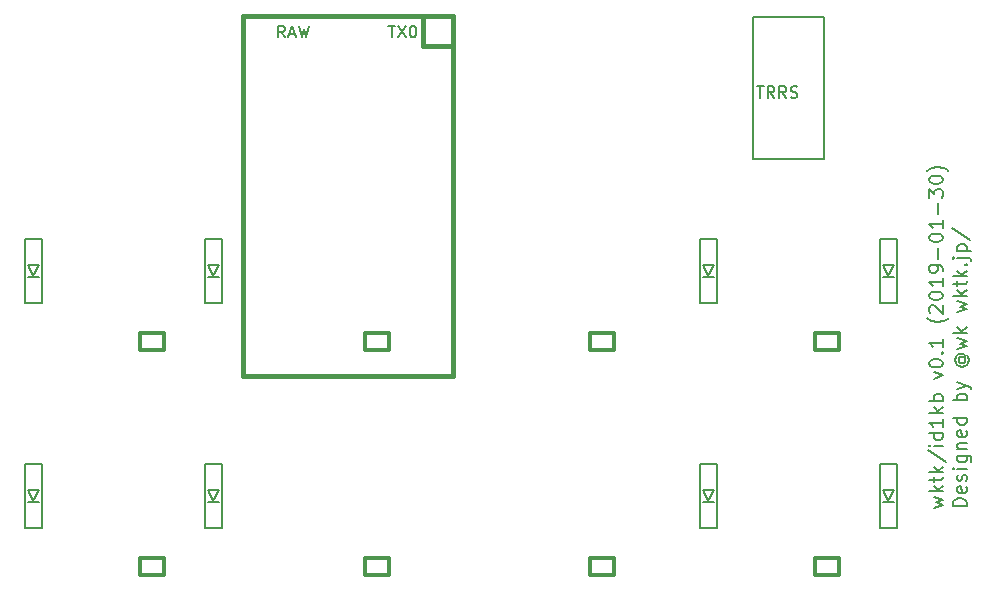
<source format=gbr>
G04 #@! TF.GenerationSoftware,KiCad,Pcbnew,(5.0.1-3-g963ef8bb5)*
G04 #@! TF.CreationDate,2019-01-31T04:05:24+09:00*
G04 #@! TF.ProjectId,mykeyboard,6D796B6579626F6172642E6B69636164,rev?*
G04 #@! TF.SameCoordinates,Original*
G04 #@! TF.FileFunction,Legend,Top*
G04 #@! TF.FilePolarity,Positive*
%FSLAX46Y46*%
G04 Gerber Fmt 4.6, Leading zero omitted, Abs format (unit mm)*
G04 Created by KiCad (PCBNEW (5.0.1-3-g963ef8bb5)) date 2019 January 31, Thursday 04:05:24*
%MOMM*%
%LPD*%
G01*
G04 APERTURE LIST*
%ADD10C,0.200000*%
%ADD11C,0.381000*%
%ADD12C,0.150000*%
%ADD13C,0.300000*%
G04 APERTURE END LIST*
D10*
X186702857Y-116538571D02*
X187502857Y-116310000D01*
X186931428Y-116081428D01*
X187502857Y-115852857D01*
X186702857Y-115624285D01*
X187502857Y-115167142D02*
X186302857Y-115167142D01*
X187045714Y-115052857D02*
X187502857Y-114710000D01*
X186702857Y-114710000D02*
X187160000Y-115167142D01*
X186702857Y-114367142D02*
X186702857Y-113910000D01*
X186302857Y-114195714D02*
X187331428Y-114195714D01*
X187445714Y-114138571D01*
X187502857Y-114024285D01*
X187502857Y-113910000D01*
X187502857Y-113510000D02*
X186302857Y-113510000D01*
X187045714Y-113395714D02*
X187502857Y-113052857D01*
X186702857Y-113052857D02*
X187160000Y-113510000D01*
X186245714Y-111681428D02*
X187788571Y-112710000D01*
X187502857Y-111281428D02*
X186702857Y-111281428D01*
X186302857Y-111281428D02*
X186360000Y-111338571D01*
X186417142Y-111281428D01*
X186360000Y-111224285D01*
X186302857Y-111281428D01*
X186417142Y-111281428D01*
X187502857Y-110195714D02*
X186302857Y-110195714D01*
X187445714Y-110195714D02*
X187502857Y-110310000D01*
X187502857Y-110538571D01*
X187445714Y-110652857D01*
X187388571Y-110710000D01*
X187274285Y-110767142D01*
X186931428Y-110767142D01*
X186817142Y-110710000D01*
X186760000Y-110652857D01*
X186702857Y-110538571D01*
X186702857Y-110310000D01*
X186760000Y-110195714D01*
X187502857Y-108995714D02*
X187502857Y-109681428D01*
X187502857Y-109338571D02*
X186302857Y-109338571D01*
X186474285Y-109452857D01*
X186588571Y-109567142D01*
X186645714Y-109681428D01*
X187502857Y-108481428D02*
X186302857Y-108481428D01*
X187045714Y-108367142D02*
X187502857Y-108024285D01*
X186702857Y-108024285D02*
X187160000Y-108481428D01*
X187502857Y-107510000D02*
X186302857Y-107510000D01*
X186760000Y-107510000D02*
X186702857Y-107395714D01*
X186702857Y-107167142D01*
X186760000Y-107052857D01*
X186817142Y-106995714D01*
X186931428Y-106938571D01*
X187274285Y-106938571D01*
X187388571Y-106995714D01*
X187445714Y-107052857D01*
X187502857Y-107167142D01*
X187502857Y-107395714D01*
X187445714Y-107510000D01*
X186702857Y-105624285D02*
X187502857Y-105338571D01*
X186702857Y-105052857D01*
X186302857Y-104367142D02*
X186302857Y-104252857D01*
X186360000Y-104138571D01*
X186417142Y-104081428D01*
X186531428Y-104024285D01*
X186760000Y-103967142D01*
X187045714Y-103967142D01*
X187274285Y-104024285D01*
X187388571Y-104081428D01*
X187445714Y-104138571D01*
X187502857Y-104252857D01*
X187502857Y-104367142D01*
X187445714Y-104481428D01*
X187388571Y-104538571D01*
X187274285Y-104595714D01*
X187045714Y-104652857D01*
X186760000Y-104652857D01*
X186531428Y-104595714D01*
X186417142Y-104538571D01*
X186360000Y-104481428D01*
X186302857Y-104367142D01*
X187388571Y-103452857D02*
X187445714Y-103395714D01*
X187502857Y-103452857D01*
X187445714Y-103510000D01*
X187388571Y-103452857D01*
X187502857Y-103452857D01*
X187502857Y-102252857D02*
X187502857Y-102938571D01*
X187502857Y-102595714D02*
X186302857Y-102595714D01*
X186474285Y-102710000D01*
X186588571Y-102824285D01*
X186645714Y-102938571D01*
X187960000Y-100481428D02*
X187902857Y-100538571D01*
X187731428Y-100652857D01*
X187617142Y-100710000D01*
X187445714Y-100767142D01*
X187160000Y-100824285D01*
X186931428Y-100824285D01*
X186645714Y-100767142D01*
X186474285Y-100710000D01*
X186360000Y-100652857D01*
X186188571Y-100538571D01*
X186131428Y-100481428D01*
X186417142Y-100081428D02*
X186360000Y-100024285D01*
X186302857Y-99910000D01*
X186302857Y-99624285D01*
X186360000Y-99510000D01*
X186417142Y-99452857D01*
X186531428Y-99395714D01*
X186645714Y-99395714D01*
X186817142Y-99452857D01*
X187502857Y-100138571D01*
X187502857Y-99395714D01*
X186302857Y-98652857D02*
X186302857Y-98538571D01*
X186360000Y-98424285D01*
X186417142Y-98367142D01*
X186531428Y-98310000D01*
X186760000Y-98252857D01*
X187045714Y-98252857D01*
X187274285Y-98310000D01*
X187388571Y-98367142D01*
X187445714Y-98424285D01*
X187502857Y-98538571D01*
X187502857Y-98652857D01*
X187445714Y-98767142D01*
X187388571Y-98824285D01*
X187274285Y-98881428D01*
X187045714Y-98938571D01*
X186760000Y-98938571D01*
X186531428Y-98881428D01*
X186417142Y-98824285D01*
X186360000Y-98767142D01*
X186302857Y-98652857D01*
X187502857Y-97110000D02*
X187502857Y-97795714D01*
X187502857Y-97452857D02*
X186302857Y-97452857D01*
X186474285Y-97567142D01*
X186588571Y-97681428D01*
X186645714Y-97795714D01*
X187502857Y-96538571D02*
X187502857Y-96310000D01*
X187445714Y-96195714D01*
X187388571Y-96138571D01*
X187217142Y-96024285D01*
X186988571Y-95967142D01*
X186531428Y-95967142D01*
X186417142Y-96024285D01*
X186360000Y-96081428D01*
X186302857Y-96195714D01*
X186302857Y-96424285D01*
X186360000Y-96538571D01*
X186417142Y-96595714D01*
X186531428Y-96652857D01*
X186817142Y-96652857D01*
X186931428Y-96595714D01*
X186988571Y-96538571D01*
X187045714Y-96424285D01*
X187045714Y-96195714D01*
X186988571Y-96081428D01*
X186931428Y-96024285D01*
X186817142Y-95967142D01*
X187045714Y-95452857D02*
X187045714Y-94538571D01*
X186302857Y-93738571D02*
X186302857Y-93624285D01*
X186360000Y-93510000D01*
X186417142Y-93452857D01*
X186531428Y-93395714D01*
X186760000Y-93338571D01*
X187045714Y-93338571D01*
X187274285Y-93395714D01*
X187388571Y-93452857D01*
X187445714Y-93510000D01*
X187502857Y-93624285D01*
X187502857Y-93738571D01*
X187445714Y-93852857D01*
X187388571Y-93910000D01*
X187274285Y-93967142D01*
X187045714Y-94024285D01*
X186760000Y-94024285D01*
X186531428Y-93967142D01*
X186417142Y-93910000D01*
X186360000Y-93852857D01*
X186302857Y-93738571D01*
X187502857Y-92195714D02*
X187502857Y-92881428D01*
X187502857Y-92538571D02*
X186302857Y-92538571D01*
X186474285Y-92652857D01*
X186588571Y-92767142D01*
X186645714Y-92881428D01*
X187045714Y-91681428D02*
X187045714Y-90767142D01*
X186302857Y-90310000D02*
X186302857Y-89567142D01*
X186760000Y-89967142D01*
X186760000Y-89795714D01*
X186817142Y-89681428D01*
X186874285Y-89624285D01*
X186988571Y-89567142D01*
X187274285Y-89567142D01*
X187388571Y-89624285D01*
X187445714Y-89681428D01*
X187502857Y-89795714D01*
X187502857Y-90138571D01*
X187445714Y-90252857D01*
X187388571Y-90310000D01*
X186302857Y-88824285D02*
X186302857Y-88710000D01*
X186360000Y-88595714D01*
X186417142Y-88538571D01*
X186531428Y-88481428D01*
X186760000Y-88424285D01*
X187045714Y-88424285D01*
X187274285Y-88481428D01*
X187388571Y-88538571D01*
X187445714Y-88595714D01*
X187502857Y-88710000D01*
X187502857Y-88824285D01*
X187445714Y-88938571D01*
X187388571Y-88995714D01*
X187274285Y-89052857D01*
X187045714Y-89110000D01*
X186760000Y-89110000D01*
X186531428Y-89052857D01*
X186417142Y-88995714D01*
X186360000Y-88938571D01*
X186302857Y-88824285D01*
X187960000Y-88024285D02*
X187902857Y-87967142D01*
X187731428Y-87852857D01*
X187617142Y-87795714D01*
X187445714Y-87738571D01*
X187160000Y-87681428D01*
X186931428Y-87681428D01*
X186645714Y-87738571D01*
X186474285Y-87795714D01*
X186360000Y-87852857D01*
X186188571Y-87967142D01*
X186131428Y-88024285D01*
X189502857Y-116424285D02*
X188302857Y-116424285D01*
X188302857Y-116138571D01*
X188360000Y-115967142D01*
X188474285Y-115852857D01*
X188588571Y-115795714D01*
X188817142Y-115738571D01*
X188988571Y-115738571D01*
X189217142Y-115795714D01*
X189331428Y-115852857D01*
X189445714Y-115967142D01*
X189502857Y-116138571D01*
X189502857Y-116424285D01*
X189445714Y-114767142D02*
X189502857Y-114881428D01*
X189502857Y-115110000D01*
X189445714Y-115224285D01*
X189331428Y-115281428D01*
X188874285Y-115281428D01*
X188760000Y-115224285D01*
X188702857Y-115110000D01*
X188702857Y-114881428D01*
X188760000Y-114767142D01*
X188874285Y-114710000D01*
X188988571Y-114710000D01*
X189102857Y-115281428D01*
X189445714Y-114252857D02*
X189502857Y-114138571D01*
X189502857Y-113910000D01*
X189445714Y-113795714D01*
X189331428Y-113738571D01*
X189274285Y-113738571D01*
X189160000Y-113795714D01*
X189102857Y-113910000D01*
X189102857Y-114081428D01*
X189045714Y-114195714D01*
X188931428Y-114252857D01*
X188874285Y-114252857D01*
X188760000Y-114195714D01*
X188702857Y-114081428D01*
X188702857Y-113910000D01*
X188760000Y-113795714D01*
X189502857Y-113224285D02*
X188702857Y-113224285D01*
X188302857Y-113224285D02*
X188360000Y-113281428D01*
X188417142Y-113224285D01*
X188360000Y-113167142D01*
X188302857Y-113224285D01*
X188417142Y-113224285D01*
X188702857Y-112138571D02*
X189674285Y-112138571D01*
X189788571Y-112195714D01*
X189845714Y-112252857D01*
X189902857Y-112367142D01*
X189902857Y-112538571D01*
X189845714Y-112652857D01*
X189445714Y-112138571D02*
X189502857Y-112252857D01*
X189502857Y-112481428D01*
X189445714Y-112595714D01*
X189388571Y-112652857D01*
X189274285Y-112710000D01*
X188931428Y-112710000D01*
X188817142Y-112652857D01*
X188760000Y-112595714D01*
X188702857Y-112481428D01*
X188702857Y-112252857D01*
X188760000Y-112138571D01*
X188702857Y-111567142D02*
X189502857Y-111567142D01*
X188817142Y-111567142D02*
X188760000Y-111510000D01*
X188702857Y-111395714D01*
X188702857Y-111224285D01*
X188760000Y-111110000D01*
X188874285Y-111052857D01*
X189502857Y-111052857D01*
X189445714Y-110024285D02*
X189502857Y-110138571D01*
X189502857Y-110367142D01*
X189445714Y-110481428D01*
X189331428Y-110538571D01*
X188874285Y-110538571D01*
X188760000Y-110481428D01*
X188702857Y-110367142D01*
X188702857Y-110138571D01*
X188760000Y-110024285D01*
X188874285Y-109967142D01*
X188988571Y-109967142D01*
X189102857Y-110538571D01*
X189502857Y-108938571D02*
X188302857Y-108938571D01*
X189445714Y-108938571D02*
X189502857Y-109052857D01*
X189502857Y-109281428D01*
X189445714Y-109395714D01*
X189388571Y-109452857D01*
X189274285Y-109510000D01*
X188931428Y-109510000D01*
X188817142Y-109452857D01*
X188760000Y-109395714D01*
X188702857Y-109281428D01*
X188702857Y-109052857D01*
X188760000Y-108938571D01*
X189502857Y-107452857D02*
X188302857Y-107452857D01*
X188760000Y-107452857D02*
X188702857Y-107338571D01*
X188702857Y-107110000D01*
X188760000Y-106995714D01*
X188817142Y-106938571D01*
X188931428Y-106881428D01*
X189274285Y-106881428D01*
X189388571Y-106938571D01*
X189445714Y-106995714D01*
X189502857Y-107110000D01*
X189502857Y-107338571D01*
X189445714Y-107452857D01*
X188702857Y-106481428D02*
X189502857Y-106195714D01*
X188702857Y-105910000D02*
X189502857Y-106195714D01*
X189788571Y-106310000D01*
X189845714Y-106367142D01*
X189902857Y-106481428D01*
X188931428Y-103795714D02*
X188874285Y-103852857D01*
X188817142Y-103967142D01*
X188817142Y-104081428D01*
X188874285Y-104195714D01*
X188931428Y-104252857D01*
X189045714Y-104310000D01*
X189160000Y-104310000D01*
X189274285Y-104252857D01*
X189331428Y-104195714D01*
X189388571Y-104081428D01*
X189388571Y-103967142D01*
X189331428Y-103852857D01*
X189274285Y-103795714D01*
X188817142Y-103795714D02*
X189274285Y-103795714D01*
X189331428Y-103738571D01*
X189331428Y-103681428D01*
X189274285Y-103567142D01*
X189160000Y-103510000D01*
X188874285Y-103510000D01*
X188702857Y-103624285D01*
X188588571Y-103795714D01*
X188531428Y-104024285D01*
X188588571Y-104252857D01*
X188702857Y-104424285D01*
X188874285Y-104538571D01*
X189102857Y-104595714D01*
X189331428Y-104538571D01*
X189502857Y-104424285D01*
X189617142Y-104252857D01*
X189674285Y-104024285D01*
X189617142Y-103795714D01*
X189502857Y-103624285D01*
X188702857Y-103110000D02*
X189502857Y-102881428D01*
X188931428Y-102652857D01*
X189502857Y-102424285D01*
X188702857Y-102195714D01*
X189502857Y-101738571D02*
X188302857Y-101738571D01*
X189045714Y-101624285D02*
X189502857Y-101281428D01*
X188702857Y-101281428D02*
X189160000Y-101738571D01*
X188702857Y-99967142D02*
X189502857Y-99738571D01*
X188931428Y-99510000D01*
X189502857Y-99281428D01*
X188702857Y-99052857D01*
X189502857Y-98595714D02*
X188302857Y-98595714D01*
X189045714Y-98481428D02*
X189502857Y-98138571D01*
X188702857Y-98138571D02*
X189160000Y-98595714D01*
X188702857Y-97795714D02*
X188702857Y-97338571D01*
X188302857Y-97624285D02*
X189331428Y-97624285D01*
X189445714Y-97567142D01*
X189502857Y-97452857D01*
X189502857Y-97338571D01*
X189502857Y-96938571D02*
X188302857Y-96938571D01*
X189045714Y-96824285D02*
X189502857Y-96481428D01*
X188702857Y-96481428D02*
X189160000Y-96938571D01*
X189388571Y-95967142D02*
X189445714Y-95910000D01*
X189502857Y-95967142D01*
X189445714Y-96024285D01*
X189388571Y-95967142D01*
X189502857Y-95967142D01*
X188702857Y-95395714D02*
X189731428Y-95395714D01*
X189845714Y-95452857D01*
X189902857Y-95567142D01*
X189902857Y-95624285D01*
X188302857Y-95395714D02*
X188360000Y-95452857D01*
X188417142Y-95395714D01*
X188360000Y-95338571D01*
X188302857Y-95395714D01*
X188417142Y-95395714D01*
X188702857Y-94824285D02*
X189902857Y-94824285D01*
X188760000Y-94824285D02*
X188702857Y-94710000D01*
X188702857Y-94481428D01*
X188760000Y-94367142D01*
X188817142Y-94310000D01*
X188931428Y-94252857D01*
X189274285Y-94252857D01*
X189388571Y-94310000D01*
X189445714Y-94367142D01*
X189502857Y-94481428D01*
X189502857Y-94710000D01*
X189445714Y-94824285D01*
X188245714Y-92881428D02*
X189788571Y-93910000D01*
D11*
G04 #@! TO.C,U1*
X128270000Y-74930000D02*
X146050000Y-74930000D01*
X146050000Y-74930000D02*
X146050000Y-105410000D01*
X146050000Y-105410000D02*
X128270000Y-105410000D01*
X128270000Y-105410000D02*
X128270000Y-74930000D01*
X143510000Y-74930000D02*
X143510000Y-77470000D01*
X143510000Y-77470000D02*
X146050000Y-77470000D01*
D12*
G04 #@! TO.C,D8*
X182130000Y-112870000D02*
X183630000Y-112870000D01*
X182130000Y-118270000D02*
X182130000Y-112870000D01*
X183630000Y-118270000D02*
X182130000Y-118270000D01*
X183630000Y-112870000D02*
X183630000Y-118270000D01*
X183380000Y-116070000D02*
X182380000Y-116070000D01*
X182380000Y-115070000D02*
X182880000Y-115970000D01*
X183380000Y-115070000D02*
X182380000Y-115070000D01*
X182880000Y-115970000D02*
X183380000Y-115070000D01*
G04 #@! TO.C,D7*
X182880000Y-96920000D02*
X183380000Y-96020000D01*
X183380000Y-96020000D02*
X182380000Y-96020000D01*
X182380000Y-96020000D02*
X182880000Y-96920000D01*
X183380000Y-97020000D02*
X182380000Y-97020000D01*
X183630000Y-93820000D02*
X183630000Y-99220000D01*
X183630000Y-99220000D02*
X182130000Y-99220000D01*
X182130000Y-99220000D02*
X182130000Y-93820000D01*
X182130000Y-93820000D02*
X183630000Y-93820000D01*
G04 #@! TO.C,D6*
X166890000Y-112870000D02*
X168390000Y-112870000D01*
X166890000Y-118270000D02*
X166890000Y-112870000D01*
X168390000Y-118270000D02*
X166890000Y-118270000D01*
X168390000Y-112870000D02*
X168390000Y-118270000D01*
X168140000Y-116070000D02*
X167140000Y-116070000D01*
X167140000Y-115070000D02*
X167640000Y-115970000D01*
X168140000Y-115070000D02*
X167140000Y-115070000D01*
X167640000Y-115970000D02*
X168140000Y-115070000D01*
G04 #@! TO.C,D5*
X125730000Y-96920000D02*
X126230000Y-96020000D01*
X126230000Y-96020000D02*
X125230000Y-96020000D01*
X125230000Y-96020000D02*
X125730000Y-96920000D01*
X126230000Y-97020000D02*
X125230000Y-97020000D01*
X126480000Y-93820000D02*
X126480000Y-99220000D01*
X126480000Y-99220000D02*
X124980000Y-99220000D01*
X124980000Y-99220000D02*
X124980000Y-93820000D01*
X124980000Y-93820000D02*
X126480000Y-93820000D01*
G04 #@! TO.C,D4*
X125730000Y-115970000D02*
X126230000Y-115070000D01*
X126230000Y-115070000D02*
X125230000Y-115070000D01*
X125230000Y-115070000D02*
X125730000Y-115970000D01*
X126230000Y-116070000D02*
X125230000Y-116070000D01*
X126480000Y-112870000D02*
X126480000Y-118270000D01*
X126480000Y-118270000D02*
X124980000Y-118270000D01*
X124980000Y-118270000D02*
X124980000Y-112870000D01*
X124980000Y-112870000D02*
X126480000Y-112870000D01*
G04 #@! TO.C,D3*
X167640000Y-96920000D02*
X168140000Y-96020000D01*
X168140000Y-96020000D02*
X167140000Y-96020000D01*
X167140000Y-96020000D02*
X167640000Y-96920000D01*
X168140000Y-97020000D02*
X167140000Y-97020000D01*
X168390000Y-93820000D02*
X168390000Y-99220000D01*
X168390000Y-99220000D02*
X166890000Y-99220000D01*
X166890000Y-99220000D02*
X166890000Y-93820000D01*
X166890000Y-93820000D02*
X168390000Y-93820000D01*
G04 #@! TO.C,D2*
X109740000Y-112870000D02*
X111240000Y-112870000D01*
X109740000Y-118270000D02*
X109740000Y-112870000D01*
X111240000Y-118270000D02*
X109740000Y-118270000D01*
X111240000Y-112870000D02*
X111240000Y-118270000D01*
X110990000Y-116070000D02*
X109990000Y-116070000D01*
X109990000Y-115070000D02*
X110490000Y-115970000D01*
X110990000Y-115070000D02*
X109990000Y-115070000D01*
X110490000Y-115970000D02*
X110990000Y-115070000D01*
G04 #@! TO.C,D1*
X110490000Y-96920000D02*
X110990000Y-96020000D01*
X110990000Y-96020000D02*
X109990000Y-96020000D01*
X109990000Y-96020000D02*
X110490000Y-96920000D01*
X110990000Y-97020000D02*
X109990000Y-97020000D01*
X111240000Y-93820000D02*
X111240000Y-99220000D01*
X111240000Y-99220000D02*
X109740000Y-99220000D01*
X109740000Y-99220000D02*
X109740000Y-93820000D01*
X109740000Y-93820000D02*
X111240000Y-93820000D01*
D13*
G04 #@! TO.C,L8*
X176640000Y-120800000D02*
X178690000Y-120800000D01*
X176640000Y-122250000D02*
X176640000Y-120800000D01*
X178690000Y-122250000D02*
X176640000Y-122250000D01*
X178690000Y-120800000D02*
X178690000Y-122250000D01*
G04 #@! TO.C,L7*
X178690000Y-101750000D02*
X178690000Y-103200000D01*
X178690000Y-103200000D02*
X176640000Y-103200000D01*
X176640000Y-103200000D02*
X176640000Y-101750000D01*
X176640000Y-101750000D02*
X178690000Y-101750000D01*
G04 #@! TO.C,L6*
X157590000Y-120800000D02*
X159640000Y-120800000D01*
X157590000Y-122250000D02*
X157590000Y-120800000D01*
X159640000Y-122250000D02*
X157590000Y-122250000D01*
X159640000Y-120800000D02*
X159640000Y-122250000D01*
G04 #@! TO.C,L5*
X159640000Y-101750000D02*
X159640000Y-103200000D01*
X159640000Y-103200000D02*
X157590000Y-103200000D01*
X157590000Y-103200000D02*
X157590000Y-101750000D01*
X157590000Y-101750000D02*
X159640000Y-101750000D01*
G04 #@! TO.C,L4*
X138540000Y-120800000D02*
X140590000Y-120800000D01*
X138540000Y-122250000D02*
X138540000Y-120800000D01*
X140590000Y-122250000D02*
X138540000Y-122250000D01*
X140590000Y-120800000D02*
X140590000Y-122250000D01*
G04 #@! TO.C,L3*
X140590000Y-101750000D02*
X140590000Y-103200000D01*
X140590000Y-103200000D02*
X138540000Y-103200000D01*
X138540000Y-103200000D02*
X138540000Y-101750000D01*
X138540000Y-101750000D02*
X140590000Y-101750000D01*
G04 #@! TO.C,L2*
X119490000Y-120800000D02*
X121540000Y-120800000D01*
X119490000Y-122250000D02*
X119490000Y-120800000D01*
X121540000Y-122250000D02*
X119490000Y-122250000D01*
X121540000Y-120800000D02*
X121540000Y-122250000D01*
G04 #@! TO.C,L1*
X121540000Y-101750000D02*
X121540000Y-103200000D01*
X121540000Y-103200000D02*
X119490000Y-103200000D01*
X119490000Y-103200000D02*
X119490000Y-101750000D01*
X119490000Y-101750000D02*
X121540000Y-101750000D01*
D12*
G04 #@! TO.C,J1*
X177430000Y-74980000D02*
X171430000Y-74980000D01*
X171430000Y-74980000D02*
X171430000Y-86980000D01*
X171430000Y-86980000D02*
X177430000Y-86980000D01*
X177430000Y-86980000D02*
X177430000Y-74980000D01*
G04 #@! TO.C,U1*
X140521904Y-75722380D02*
X141093333Y-75722380D01*
X140807619Y-76722380D02*
X140807619Y-75722380D01*
X141331428Y-75722380D02*
X141998095Y-76722380D01*
X141998095Y-75722380D02*
X141331428Y-76722380D01*
X142569523Y-75722380D02*
X142664761Y-75722380D01*
X142760000Y-75770000D01*
X142807619Y-75817619D01*
X142855238Y-75912857D01*
X142902857Y-76103333D01*
X142902857Y-76341428D01*
X142855238Y-76531904D01*
X142807619Y-76627142D01*
X142760000Y-76674761D01*
X142664761Y-76722380D01*
X142569523Y-76722380D01*
X142474285Y-76674761D01*
X142426666Y-76627142D01*
X142379047Y-76531904D01*
X142331428Y-76341428D01*
X142331428Y-76103333D01*
X142379047Y-75912857D01*
X142426666Y-75817619D01*
X142474285Y-75770000D01*
X142569523Y-75722380D01*
X131769523Y-76722380D02*
X131436190Y-76246190D01*
X131198095Y-76722380D02*
X131198095Y-75722380D01*
X131579047Y-75722380D01*
X131674285Y-75770000D01*
X131721904Y-75817619D01*
X131769523Y-75912857D01*
X131769523Y-76055714D01*
X131721904Y-76150952D01*
X131674285Y-76198571D01*
X131579047Y-76246190D01*
X131198095Y-76246190D01*
X132150476Y-76436666D02*
X132626666Y-76436666D01*
X132055238Y-76722380D02*
X132388571Y-75722380D01*
X132721904Y-76722380D01*
X132960000Y-75722380D02*
X133198095Y-76722380D01*
X133388571Y-76008095D01*
X133579047Y-76722380D01*
X133817142Y-75722380D01*
G04 #@! TO.C,J1*
X171743595Y-80845880D02*
X172315023Y-80845880D01*
X172029309Y-81845880D02*
X172029309Y-80845880D01*
X173219785Y-81845880D02*
X172886452Y-81369690D01*
X172648357Y-81845880D02*
X172648357Y-80845880D01*
X173029309Y-80845880D01*
X173124547Y-80893500D01*
X173172166Y-80941119D01*
X173219785Y-81036357D01*
X173219785Y-81179214D01*
X173172166Y-81274452D01*
X173124547Y-81322071D01*
X173029309Y-81369690D01*
X172648357Y-81369690D01*
X174219785Y-81845880D02*
X173886452Y-81369690D01*
X173648357Y-81845880D02*
X173648357Y-80845880D01*
X174029309Y-80845880D01*
X174124547Y-80893500D01*
X174172166Y-80941119D01*
X174219785Y-81036357D01*
X174219785Y-81179214D01*
X174172166Y-81274452D01*
X174124547Y-81322071D01*
X174029309Y-81369690D01*
X173648357Y-81369690D01*
X174600738Y-81798261D02*
X174743595Y-81845880D01*
X174981690Y-81845880D01*
X175076928Y-81798261D01*
X175124547Y-81750642D01*
X175172166Y-81655404D01*
X175172166Y-81560166D01*
X175124547Y-81464928D01*
X175076928Y-81417309D01*
X174981690Y-81369690D01*
X174791214Y-81322071D01*
X174695976Y-81274452D01*
X174648357Y-81226833D01*
X174600738Y-81131595D01*
X174600738Y-81036357D01*
X174648357Y-80941119D01*
X174695976Y-80893500D01*
X174791214Y-80845880D01*
X175029309Y-80845880D01*
X175172166Y-80893500D01*
G04 #@! TD*
M02*

</source>
